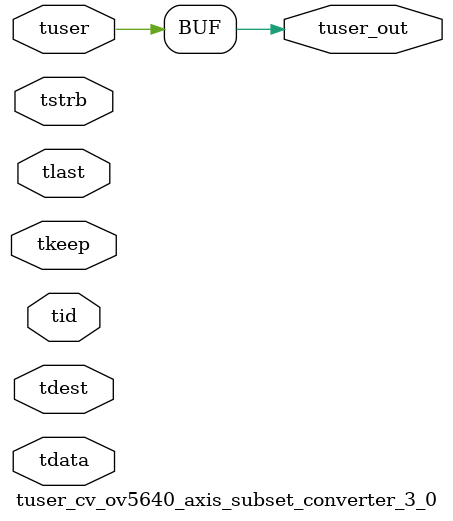
<source format=v>


`timescale 1ps/1ps

module tuser_cv_ov5640_axis_subset_converter_3_0 #
(
parameter C_S_AXIS_TUSER_WIDTH = 1,
parameter C_S_AXIS_TDATA_WIDTH = 32,
parameter C_S_AXIS_TID_WIDTH   = 0,
parameter C_S_AXIS_TDEST_WIDTH = 0,
parameter C_M_AXIS_TUSER_WIDTH = 1
)
(
input  [(C_S_AXIS_TUSER_WIDTH == 0 ? 1 : C_S_AXIS_TUSER_WIDTH)-1:0     ] tuser,
input  [(C_S_AXIS_TDATA_WIDTH == 0 ? 1 : C_S_AXIS_TDATA_WIDTH)-1:0     ] tdata,
input  [(C_S_AXIS_TID_WIDTH   == 0 ? 1 : C_S_AXIS_TID_WIDTH)-1:0       ] tid,
input  [(C_S_AXIS_TDEST_WIDTH == 0 ? 1 : C_S_AXIS_TDEST_WIDTH)-1:0     ] tdest,
input  [(C_S_AXIS_TDATA_WIDTH/8)-1:0 ] tkeep,
input  [(C_S_AXIS_TDATA_WIDTH/8)-1:0 ] tstrb,
input                                                                    tlast,
output [C_M_AXIS_TUSER_WIDTH-1:0] tuser_out
);

assign tuser_out = {tuser[0:0]};

endmodule


</source>
